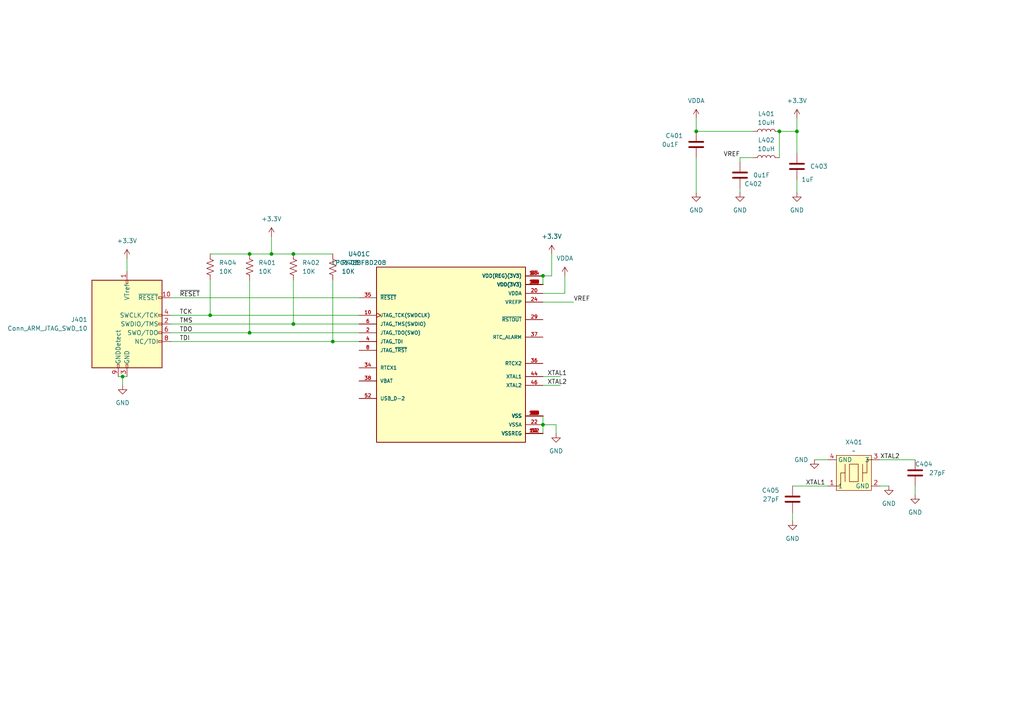
<source format=kicad_sch>
(kicad_sch (version 20231120) (generator "eeschema") (generator_version "8.0")
  (paper "A4")
  (lib_symbols
    (symbol "Connector:Conn_ARM_JTAG_SWD_10" (pin_names (offset 1.016))
      (property "Reference" "J" (at -2.54 16.51 0))
      (property "Value" "Conn_ARM_JTAG_SWD_10" (at -2.54 13.97 0))
      (symbol "Conn_ARM_JTAG_SWD_10_0_1"
        (rectangle (start -10.16 12.7) (end 10.16 -12.7) (stroke (width 0.254)) (fill (type background)))
        (rectangle (start -2.794 -12.7) (end -2.286 -11.684))
        (rectangle (start -0.254 -12.7) (end 0.254 -11.684))
        (rectangle (start -0.254 12.7) (end 0.254 11.684))
        (rectangle (start 9.144 2.286) (end 10.16 2.794))
        (rectangle (start 10.16 -2.794) (end 9.144 -2.286))
        (rectangle (start 10.16 -0.254) (end 9.144 0.254))
        (rectangle (start 10.16 7.874) (end 9.144 7.366))
      )
      (symbol "Conn_ARM_JTAG_SWD_10_1_1"
        (rectangle (start 9.144 -5.334) (end 10.16 -4.826))
        (pin power_in line (at 0 15.24 270) (length 2.54) (name "VTref") (number "1"))
        (pin open_collector line (at 12.7 7.62 180) (length 2.54) (name "~{RESET}") (number "10"))
        (pin bidirectional line (at 12.7 0 180) (length 2.54) (name "SWDIO/TMS") (number "2"))
        (pin power_in line (at 0 -15.24 90) (length 2.54) (name "GND") (number "3"))
        (pin output line (at 12.7 2.54 180) (length 2.54) (name "SWCLK/TCK") (number "4"))
        (pin passive line (at 0 -15.24 90) (length 2.54) hide (name "GND") (number "5"))
        (pin input line (at 12.7 -2.54 180) (length 2.54) (name "SWO/TDO") (number "6"))
        (pin no_connect line (at -10.16 0 0) (length 2.54) hide (name "KEY") (number "7"))
        (pin output line (at 12.7 -5.08 180) (length 2.54) (name "NC/TDI") (number "8"))
        (pin passive line (at -2.54 -15.24 90) (length 2.54) (name "GNDDetect") (number "9"))
      )
    )
    (symbol "Device:C" (pin_numbers hide) (pin_names (offset 0.254))
      (property "Reference" "C" (at 0.635 2.54 0))
      (property "Value" "C" (at 0.635 -2.54 0))
      (symbol "C_0_1"
        (polyline (pts (xy -2.032 -0.762) (xy 2.032 -0.762)) (stroke (width 0.508)))
        (polyline (pts (xy -2.032 0.762) (xy 2.032 0.762)) (stroke (width 0.508)))
      )
      (symbol "C_1_1"
        (pin passive line (at 0 3.81 270) (length 2.794) (name "~") (number "1"))
        (pin passive line (at 0 -3.81 90) (length 2.794) (name "~") (number "2"))
      )
    )
    (symbol "Device:L" (pin_numbers hide) (pin_names (offset 1.016) hide)
      (property "Reference" "L" (at -1.27 0 90))
      (property "Value" "L" (at 1.905 0 90))
      (symbol "L_0_1"
        (arc (start 0 -2.54) (mid 0.6323 -1.905) (end 0 -1.27))
        (arc (start 0 -1.27) (mid 0.6323 -0.635) (end 0 0))
        (arc (start 0 0) (mid 0.6323 0.635) (end 0 1.27))
        (arc (start 0 1.27) (mid 0.6323 1.905) (end 0 2.54))
      )
      (symbol "L_1_1"
        (pin passive line (at 0 3.81 270) (length 1.27) (name "1") (number "1"))
        (pin passive line (at 0 -3.81 90) (length 1.27) (name "2") (number "2"))
      )
    )
    (symbol "Device:R_US" (pin_numbers hide) (pin_names (offset 0))
      (property "Reference" "R" (at 2.54 0 90))
      (property "Value" "R_US" (at -2.54 0 90))
      (symbol "R_US_0_1"
        (polyline (pts (xy 0 -2.286) (xy 0 -2.54)))
        (polyline (pts (xy 0 2.286) (xy 0 2.54)))
        (polyline (pts (xy 0 -0.762) (xy 1.016 -1.143) (xy 0 -1.524) (xy -1.016 -1.905) (xy 0 -2.286)))
        (polyline (pts (xy 0 0.762) (xy 1.016 0.381) (xy 0 0) (xy -1.016 -0.381) (xy 0 -0.762)))
        (polyline (pts (xy 0 2.286) (xy 1.016 1.905) (xy 0 1.524) (xy -1.016 1.143) (xy 0 0.762)))
      )
      (symbol "R_US_1_1"
        (pin passive line (at 0 3.81 270) (length 1.27) (name "~") (number "1"))
        (pin passive line (at 0 -3.81 90) (length 1.27) (name "~") (number "2"))
      )
    )
    (symbol "Local_symbols:X322512MSB4SI"
      (property "Reference" "X" (at -5.08 55.88 0))
      (symbol "X322512MSB4SI_0_1"
        (rectangle (start -1.27 2.54) (end 1.27 -2.54))
        (polyline (pts (xy -2.54 2.54) (xy -2.54 -2.54)))
        (polyline (pts (xy 2.54 2.54) (xy 2.54 -2.54)))
        (polyline (pts (xy -2.54 0) (xy -3.81 0) (xy -3.81 -3.81) (xy -5.08 -3.81)))
        (polyline (pts (xy 2.54 0) (xy 3.81 0) (xy 3.81 3.81) (xy 5.08 3.81)))
      )
      (symbol "X322512MSB4SI_1_1"
        (rectangle (start -5.08 5.08) (end 5.08 -5.08) (fill (type background)))
        (pin input line (at -7.62 -3.81 0) (length 2.54) (name "1") (number "1"))
        (pin input line (at 7.62 -3.81 180) (length 2.54) (name "GND") (number "2"))
        (pin input line (at 7.62 3.81 180) (length 2.54) (name "3") (number "3"))
        (pin input line (at -7.62 3.81 0) (length 2.54) (name "GND") (number "4"))
      )
    )
    (symbol "R_US_1" (pin_numbers hide) (pin_names (offset 0))
      (property "Reference" "R" (at 2.54 0 90))
      (property "Value" "R_US" (at -2.54 0 90))
      (symbol "R_US_1_0_1"
        (polyline (pts (xy 0 -2.286) (xy 0 -2.54)))
        (polyline (pts (xy 0 2.286) (xy 0 2.54)))
        (polyline (pts (xy 0 -0.762) (xy 1.016 -1.143) (xy 0 -1.524) (xy -1.016 -1.905) (xy 0 -2.286)))
        (polyline (pts (xy 0 0.762) (xy 1.016 0.381) (xy 0 0) (xy -1.016 -0.381) (xy 0 -0.762)))
        (polyline (pts (xy 0 2.286) (xy 1.016 1.905) (xy 0 1.524) (xy -1.016 1.143) (xy 0 0.762)))
      )
      (symbol "R_US_1_1_1"
        (pin passive line (at 0 3.81 270) (length 1.27) (name "~") (number "1"))
        (pin passive line (at 0 -3.81 90) (length 1.27) (name "~") (number "2"))
      )
    )
    (symbol "_MCU_NXP_LPC:LPC1788FBD208" (pin_names (offset 1.016))
      (property "Reference" "U" (at -31.8612 64.8509 0))
      (property "Value" "LPC1788FBD208" (at -31.8793 -62.3318 0))
      (symbol "LPC1788FBD208_1_0"
        (rectangle (start -57.15 62.23) (end 59.69 -64.77) (stroke (width 0.254)) (fill (type background)))
        (pin bidirectional clock (at -62.23 31.75 0) (length 5.08) (name "P0[11]/U2_RXD/I2C2_SCL/T3_MAT1") (number "100"))
        (pin bidirectional line (at 64.77 25.4 180) (length 5.08) (name "P2[13]/~{EINT3}/SD_DAT[3]/I2S_TX_SDA/LCD_VD[5]/LCD_VD[9]/LCD_VD[19]") (number "102"))
        (pin bidirectional line (at 64.77 27.94 180) (length 5.08) (name "P2[12]/~{EINT2}/SD_DAT[2]/I2S_TX_WS/LCD_VD[4]/LCD_VD[3]/LCD_VD[8]/LCD_VD[18]") (number "106"))
        (pin bidirectional clock (at 64.77 30.48 180) (length 5.08) (name "P2[11]/~{EINT1}/SD_DAT[1]/I2S_TX_SCK/LCD_CLKIN") (number "108"))
        (pin bidirectional line (at 64.77 33.02 180) (length 5.08) (name "P2[10]/~{EINT0}/~{NMI}") (number "110"))
        (pin bidirectional line (at -62.23 3.81 0) (length 5.08) (name "P0[22]/U1_RTS/SD_DAT[0]/U4_TXD/CAN_TD1") (number "116"))
        (pin bidirectional clock (at -62.23 6.35 0) (length 5.08) (name "P0[21]/U1_RI/SD_PWR/U4_OE/CAN_RD1/U4_SCLK") (number "118"))
        (pin bidirectional line (at -62.23 -6.35 0) (length 5.08) (name "P0[26]/ADC0_IN[3]/DAC_OUT/U3_RXD") (number "12"))
        (pin bidirectional clock (at -62.23 8.89 0) (length 5.08) (name "P0[20]/U1_DTR/SD_CMD/I2C1_SCL") (number "120"))
        (pin bidirectional line (at -62.23 11.43 0) (length 5.08) (name "P0[19]/U1_DSR/SD_CLK/I2C1_SDA") (number "122"))
        (pin bidirectional line (at -62.23 13.97 0) (length 5.08) (name "P0[18]/U1_DCD/SSP0_MOSI") (number "124"))
        (pin bidirectional line (at -62.23 16.51 0) (length 5.08) (name "P0[17]/U1_CTS/SSP0_MISO") (number "126"))
        (pin bidirectional clock (at -62.23 21.59 0) (length 5.08) (name "P0[15]/U1_TXD/SSP0_SCK") (number "128"))
        (pin bidirectional line (at -62.23 19.05 0) (length 5.08) (name "P0[16]/U1_RXD/SSP0_SSEL") (number "130"))
        (pin bidirectional line (at 64.77 35.56 180) (length 5.08) (name "P2[9]/USB_CONNECT1/U2_RXD/U4_RXD/ENET_MDIO/LCD_VD[3]/LCD_VD[7]") (number "132"))
        (pin bidirectional line (at 64.77 38.1 180) (length 5.08) (name "P2[8]/CAN_TD2/U2_TXD/U1_CTS/ENET_MDC/LCD_VD[2]/LCD_VD[6]") (number "134"))
        (pin bidirectional line (at 64.77 40.64 180) (length 5.08) (name "P2[7]/CAN_RD2/U1_RTS/LCD_VD[1]/LCD_VD[5]") (number "136"))
        (pin bidirectional clock (at 64.77 43.18 180) (length 5.08) (name "P2[6]/PWM1_CAP0/U1_RI/T2_CAP0/U2_OE/TRACECLK/LCD_VD[0]/LCD_VD[4]") (number "138"))
        (pin bidirectional line (at -62.23 -3.81 0) (length 5.08) (name "P0[25]/ADC0_IN[2]/I2S_RX_SDA/U3_TXD") (number "14"))
        (pin bidirectional line (at 64.77 45.72 180) (length 5.08) (name "P2[5]/PWM1[6]/U1_DTR/T2_MAT0/TRACEDATA[0]/LCD_LP") (number "140"))
        (pin bidirectional line (at 64.77 48.26 180) (length 5.08) (name "P2[4]/PWM1[5]/U1_DSR/T2_MAT1/TRACEDATA[1]/LCD_ENAB_M") (number "142"))
        (pin bidirectional line (at 64.77 50.8 180) (length 5.08) (name "P2[3]/PWM1[4]/U1_DCD/T2_MAT2/TRACEDATA[2]/LCD_FP") (number "144"))
        (pin bidirectional line (at -62.23 -57.15 0) (length 5.08) (name "P1[13]/ENET_RX_DV") (number "147"))
        (pin bidirectional clock (at 64.77 53.34 180) (length 5.08) (name "P2[2]/PWM1[3]/U1_CTS/T2_MAT3/TRACEDATA[3]/LCD_DCLK") (number "150"))
        (pin bidirectional line (at 64.77 55.88 180) (length 5.08) (name "P2[1]/PWM1[2]/U1_RXD/LCD_LE") (number "152"))
        (pin bidirectional line (at -62.23 -41.91 0) (length 5.08) (name "P1[7]/ENET_COL/SD_DAT[1]/PWM0[5]") (number "153"))
        (pin bidirectional line (at 64.77 58.42 180) (length 5.08) (name "P2[0]/PWM1[1]/U1_TXD/LCD_PWR") (number "154"))
        (pin bidirectional line (at -62.23 -36.83 0) (length 5.08) (name "P1[5]/ENET_TX_ER/SD_PWR/PWM0[3]") (number "156"))
        (pin bidirectional line (at -62.23 -54.61 0) (length 5.08) (name "P1[12]/ENET_RXD3/SD_DAT[3]/PWM0_CAP0") (number "157"))
        (pin bidirectional line (at -62.23 36.83 0) (length 5.08) (name "P0[9]/I2S_TX_SDA/SSP1_MOSI/T2_MAT3/RTC_EV2/LCD_VD[17") (number "158"))
        (pin bidirectional line (at -62.23 -1.27 0) (length 5.08) (name "P0[24]/ADC0_IN[1]/I2S_RX_WS/T3_CAP1") (number "16"))
        (pin bidirectional line (at -62.23 39.37 0) (length 5.08) (name "P0[8]/I2S_TX_WS/SSP1_MISO/T2_MAT2/RTC_EV1/LCD_VD[16]") (number "160"))
        (pin bidirectional clock (at -62.23 41.91 0) (length 5.08) (name "P0[7]/I2S_TX_SCK/SSP1_SCK/T2_MAT1/RTC_EV0/LCD_VD[9]") (number "162"))
        (pin bidirectional line (at -62.23 -52.07 0) (length 5.08) (name "P1[11]/ENET_RXD2/SD_DAT[2]/PWM0[6]") (number "163"))
        (pin bidirectional line (at -62.23 44.45 0) (length 5.08) (name "P0[6]/I2S_RX_SDA/SSP1_SSEL/T2_MAT0/U1_RTS/LCD_VD[8]") (number "164"))
        (pin bidirectional line (at -62.23 46.99 0) (length 5.08) (name "P0[5]/I2S_RX_WS/CAN_TD2/T2_CAP1/LCD_VD[1]") (number "166"))
        (pin bidirectional clock (at -62.23 49.53 0) (length 5.08) (name "P0[4]/I2S_RX_SCK/CAN_RD2/T2_CAP0/LCD_VD[0]") (number "168"))
        (pin bidirectional clock (at -62.23 -39.37 0) (length 5.08) (name "P1[6]/ENET_TX_CLK/SD_DAT[0]/PWM0[4]") (number "171"))
        (pin bidirectional line (at -62.23 -31.75 0) (length 5.08) (name "P1[3]/ENET_TXD3/SD_CMD/PWM0[2]") (number "177"))
        (pin bidirectional clock (at 64.77 -60.96 180) (length 5.08) (name "P1[17]/ENET_MDIO/I2S_RX_MCLK") (number "178"))
        (pin bidirectional clock (at -62.23 1.27 0) (length 5.08) (name "P0[23]/ADC0_IN[0]/I2S_RX_SCK/T3_CAP0") (number "18"))
        (pin bidirectional clock (at 64.77 -63.5 180) (length 5.08) (name "P1[16]/ENET_MDC/I2S_TX_MCLK") (number "180"))
        (pin bidirectional clock (at -62.23 -62.23 0) (length 5.08) (name "P1[15]/ENET_RX_CLK(ENET_REF_CLK)/I2C2_SDA") (number "182"))
        (pin bidirectional line (at -62.23 -59.69 0) (length 5.08) (name "P1[14]/ENET_RX_ER/T2_CAP0") (number "184"))
        (pin bidirectional clock (at -62.23 -29.21 0) (length 5.08) (name "P1[2]/ENET_TXD2/SD_CLK/PWM0[1]") (number "185"))
        (pin bidirectional line (at -62.23 -49.53 0) (length 5.08) (name "P1[10]/ENET_RXD1/T3_CAP0") (number "186"))
        (pin bidirectional line (at -62.23 -46.99 0) (length 5.08) (name "P1[9]/ENET_RXD0/T3_MAT0") (number "188"))
        (pin bidirectional line (at -62.23 -44.45 0) (length 5.08) (name "P1[8]/ENET_CRS(ENET_CRS_DV)/T3_MAT1/SSP2_SSEL") (number "190"))
        (pin bidirectional line (at -62.23 -34.29 0) (length 5.08) (name "P1[4]/ENET_TX_EN/T3_MAT2/SSP2_MISO") (number "192"))
        (pin bidirectional line (at -62.23 -26.67 0) (length 5.08) (name "P1[1]/ENET_TXD1/T3_MAT3/SSP2_MOSI") (number "194"))
        (pin bidirectional clock (at -62.23 -24.13 0) (length 5.08) (name "P1[0]/ENET_TXD0/T3_CAP1/SSP2_SCK") (number "196"))
        (pin bidirectional line (at -62.23 54.61 0) (length 5.08) (name "P0[2]/U0_TXD/U3_TXD///") (number "202"))
        (pin bidirectional line (at -62.23 52.07 0) (length 5.08) (name "P0[3]/U0_RXD/U3_RXD") (number "204"))
        (pin bidirectional line (at 64.77 -17.78 180) (length 5.08) (name "P2[30]/EMC_DQM2/I2C2_SDA/T3_MAT2") (number "31"))
        (pin bidirectional line (at 64.77 -20.32 180) (length 5.08) (name "P2[31]/EMC_DQM3/I2C2_SCL/T3_MAT3/PORT_3") (number "39"))
        (pin bidirectional clock (at 64.77 -25.4 180) (length 5.08) (name "P1[31]/~{USB_OVRCR2}/SSP1_SCK/ADC0_IN[5]/I2C0_SCL/PORT_2") (number "40"))
        (pin bidirectional line (at -62.23 29.21 0) (length 5.08) (name "P0[12]/~{USB_PPWR2}/SSP1_MISO/ADC0_IN[6]") (number "41"))
        (pin bidirectional line (at 64.77 -27.94 180) (length 5.08) (name "P1[30]/USB_PWRD2/USB_VBUS/ADC0_IN[4]/I2C0_SDA/U3_OE") (number "42"))
        (pin bidirectional line (at 64.77 -15.24 180) (length 5.08) (name "P2[29]/EMC_DQM1") (number "43"))
        (pin bidirectional line (at -62.23 26.67 0) (length 5.08) (name "P0[13]/USB_UP_LED2/SSP1_MOSI/ADC0_IN[7]") (number "45"))
        (pin bidirectional line (at 64.77 -10.16 180) (length 5.08) (name "P2[27]/EMC_CKE3/SSP0_MOSI/T3_MAT1") (number "47"))
        (pin bidirectional clock (at -62.23 -11.43 0) (length 5.08) (name "P0[28]/I2C0_SCL/USB_SCL1") (number "48"))
        (pin bidirectional line (at 64.77 -12.7 180) (length 5.08) (name "P2[28]/EMC_DQM0") (number "49"))
        (pin bidirectional line (at -62.23 -8.89 0) (length 5.08) (name "P0[27]/I2C0_SDA/USB_SDA1") (number "50"))
        (pin bidirectional line (at -62.23 -19.05 0) (length 5.08) (name "P0[31]/USB_D+2/PORT_1") (number "51"))
        (pin bidirectional line (at 64.77 -2.54 180) (length 5.08) (name "P2[24]/EMC_CKE0") (number "53"))
        (pin bidirectional line (at 64.77 -5.08 180) (length 5.08) (name "P2[25]/EMC_CKE1") (number "54"))
        (pin bidirectional line (at 64.77 -7.62 180) (length 5.08) (name "P2[26]/EMC_CKE2/SSP0_MISO/T3_MAT0") (number "57"))
        (pin bidirectional clock (at 64.77 12.7 180) (length 5.08) (name "P2[18]/EMC_CLK[0]") (number "59"))
        (pin bidirectional line (at -62.23 -13.97 0) (length 5.08) (name "P0[29]/USB_D+1/~{EINT0}/") (number "61"))
        (pin bidirectional line (at -62.23 -16.51 0) (length 5.08) (name "P0[30]/USB_D1-1/~{EINT1}") (number "62"))
        (pin bidirectional line (at 64.77 0 180) (length 5.08) (name "P2[23]/~{EMC_DYCS3}/SSP0_SSEL/T3_CAP1") (number "64"))
        (pin bidirectional line (at 64.77 -58.42 180) (length 5.08) (name "P1[18]/USB_UP_LED1/PWM1[1]/T1_CAP0/SSP1_MISO") (number "66"))
        (pin bidirectional clock (at 64.77 10.16 180) (length 5.08) (name "P2[19]/EMC_CLK[1]") (number "67"))
        (pin bidirectional line (at 64.77 -55.88 180) (length 5.08) (name "P1[19]/~{USB_TX_E1}/~{USB_PPWR1}/T1_CAP1/MC_0A/SSP1_SCK/U2_OE") (number "68"))
        (pin bidirectional line (at -62.23 24.13 0) (length 5.08) (name "P0[14]/~{USB_HSTEN2}/SSP1_SSEL/USB_CONNECT2//") (number "69"))
        (pin bidirectional clock (at 64.77 -53.34 180) (length 5.08) (name "P1[20]/USB_TX_DP1/PWM1[2]/QEI_PHA/MC_FB0/SSP0_SCK/LCD_VD[6]/LCD_VD[10]") (number "70"))
        (pin bidirectional line (at 64.77 -50.8 180) (length 5.08) (name "P1[21]/USB_TX_DM1/PWM1[3]/SSP0_SSEL/~{MC_ABORT}/LCD_VD[7]/LCD_VD[11]") (number "72"))
        (pin bidirectional line (at 64.77 7.62 180) (length 5.08) (name "P2[20]/~{EMC_DYCS0}") (number "73"))
        (pin bidirectional line (at 64.77 -48.26 180) (length 5.08) (name "P1[22]/USB_RCV1/USB_PWRD1/T1_MAT0/MC_0B/SSP1_MOSI/LCD_VD[8]/LCD_VD[12]") (number "74"))
        (pin bidirectional line (at 64.77 -45.72 180) (length 5.08) (name "P1[23]/USB_RX_DP1/PWM1[4]/QEI_PHB/MC_FB1/SSP0_MISO/LCD_VD[9]/LCD_VD[13]") (number "76"))
        (pin bidirectional line (at 64.77 -43.18 180) (length 5.08) (name "P1[24]/USB_RX_DM1/PWM1[5]/QEI_IDX/MC_FB2/SSP0_MOSI/LCD_VD[10]/LCD_VD[14]") (number "78"))
        (pin bidirectional clock (at 64.77 -40.64 180) (length 5.08) (name "P1[25]/~{USB_LS1}/~{USB_HSTEN1}/T1_MAT1/MC_1A/CLKOUT/LCD_VD[11]/LCD_VD[15]") (number "80"))
        (pin bidirectional line (at 64.77 5.08 180) (length 5.08) (name "P2[21]/~{EMC_DYCS1}") (number "81"))
        (pin bidirectional line (at 64.77 -38.1 180) (length 5.08) (name "P1[26]/~{USB_SSPND1}/PWM1[6]/T0_CAP0/MC_1B/SSP1_SSEL/LCD_VD[12]/LCD_VD[20]") (number "82"))
        (pin bidirectional clock (at 64.77 2.54 180) (length 5.08) (name "P2[22]/~{EMC_DYCS2}/SSP0_SCK/T3_CAP0") (number "85"))
        (pin bidirectional line (at 64.77 17.78 180) (length 5.08) (name "P2[16]/~{EMC_CAS}") (number "87"))
        (pin bidirectional clock (at 64.77 -35.56 180) (length 5.08) (name "P1[27]/~{USB_INT1}/~{USB_OVRCR1}/T0_CAP1/CLKOUT/LCD_VD[13]/LCD_VD[21]") (number "88"))
        (pin bidirectional line (at 64.77 -33.02 180) (length 5.08) (name "P1[28]/USB_SCL1/PWM1_CAP0/T0_MAT0/MC_2A/SSP0_SSEL/LCD_VD[14]/LCD_VD[22]") (number "90"))
        (pin bidirectional line (at 64.77 22.86 180) (length 5.08) (name "P2[14]/~{EMC_CS2}/I2C1_SDA/T2_CAP0") (number "91"))
        (pin bidirectional line (at 64.77 -30.48 180) (length 5.08) (name "P1[29]/USB_SDA1/PWM1_CAP1/T0_MAT1/MC_2B/U4_TXD/LCD_VD[15]/LCD_VD[23]") (number "92"))
        (pin bidirectional line (at -62.23 59.69 0) (length 5.08) (name "P0[0]/CAN_RD1/U3_TXD/I2C1_SDA/U0_TXD") (number "94"))
        (pin bidirectional line (at 64.77 15.24 180) (length 5.08) (name "P2[17]/~{EMC_RAS}") (number "95"))
        (pin bidirectional line (at -62.23 57.15 0) (length 5.08) (name "P0[1]/CAN_TD1/U3_RXD/I2C1_SCL/U0_RXD") (number "96"))
        (pin bidirectional line (at -62.23 34.29 0) (length 5.08) (name "P0[10]/U2_TXD/I2C2_SDA/T3_MAT0") (number "98"))
        (pin bidirectional clock (at 64.77 20.32 180) (length 5.08) (name "P2[15]/~{EMC_CS3}/I2C1_SCL/T2_CAP1") (number "99"))
      )
      (symbol "LPC1788FBD208_2_0"
        (rectangle (start -24.13 52.07) (end 73.66 -46.99) (stroke (width 0.254)) (fill (type background)))
        (pin bidirectional line (at -29.21 19.05 0) (length 5.08) (name "P3[12]/EMC_D[12]") (number "1"))
        (pin bidirectional line (at 78.74 8.89 180) (length 5.08) (name "P4[16]/EMC_A[16]") (number "101"))
        (pin bidirectional line (at 78.74 39.37 180) (length 5.08) (name "P4[4]/EMC_A[4]") (number "103"))
        (pin bidirectional line (at 78.74 6.35 180) (length 5.08) (name "P4[17]/EMC_A[17]") (number "104"))
        (pin bidirectional line (at 78.74 3.81 180) (length 5.08) (name "P4[18]/EMC_A[18]") (number "105"))
        (pin bidirectional line (at 78.74 36.83 180) (length 5.08) (name "P4[5]/EMC_A[5]") (number "107"))
        (pin bidirectional clock (at 78.74 -1.27 180) (length 5.08) (name "P4[20]/EMC_A[20]/I2C2_SDA/SSP1_SCK") (number "109"))
        (pin bidirectional line (at -29.21 -24.13 0) (length 5.08) (name "P3[29]/EMC_D[29]/PWM1[6]/T1_MAT0") (number "11"))
        (pin bidirectional line (at 78.74 1.27 180) (length 5.08) (name "P4[19]/EMC_A[19]") (number "111"))
        (pin bidirectional line (at 78.74 34.29 180) (length 5.08) (name "P4[6]/EMC_A[6]") (number "113"))
        (pin bidirectional line (at 78.74 -3.81 180) (length 5.08) (name "P4[21]/EMC_A[21]/I2C2_SCL/SSP1_SSEL") (number "115"))
        (pin bidirectional line (at 78.74 -39.37 180) (length 5.08) (name "P5[2]/T3_MAT2/I2C0_SDA") (number "117"))
        (pin bidirectional line (at 78.74 -16.51 180) (length 5.08) (name "P4[26]/~{EMC_BLS0}") (number "119"))
        (pin bidirectional line (at 78.74 31.75 180) (length 5.08) (name "P4[7]/EMC_A[7]") (number "121"))
        (pin bidirectional line (at 78.74 -6.35 180) (length 5.08) (name "P4[22]/EMC_A[22]/U2_TXD/SSP1_MISO") (number "123"))
        (pin bidirectional line (at 78.74 29.21 180) (length 5.08) (name "P4[8]/EMC_A[8]") (number "127"))
        (pin bidirectional line (at 78.74 -8.89 180) (length 5.08) (name "P4[23]/EMC_A[23]/U2_RXD/SSP1_MOSI") (number "129"))
        (pin bidirectional line (at -29.21 39.37 0) (length 5.08) (name "P3[4]/EMC_D[4]") (number "13"))
        (pin bidirectional line (at 78.74 26.67 180) (length 5.08) (name "P4[9]/EMC_A[9]") (number "131"))
        (pin bidirectional line (at 78.74 24.13 180) (length 5.08) (name "P4[10]/EMC_A[10]") (number "135"))
        (pin bidirectional line (at -29.21 8.89 0) (length 5.08) (name "P3[16]/EMC_D[16]/PWM0[1]/U1_TXD") (number "137"))
        (pin bidirectional line (at 78.74 -19.05 180) (length 5.08) (name "P4[27]/~{EMC_BLS1}") (number "139"))
        (pin bidirectional clock (at 78.74 -41.91 180) (length 5.08) (name "P5[3]/U4_RXD/I2C0_SCL") (number "141"))
        (pin bidirectional line (at -29.21 6.35 0) (length 5.08) (name "P3[17]/EMC_D[17]/PWM0[2]/U1_RXD") (number "143"))
        (pin bidirectional line (at 78.74 21.59 180) (length 5.08) (name "P4[11]/EMC_A[11]") (number "145"))
        (pin bidirectional line (at 78.74 19.05 180) (length 5.08) (name "P4[12]/EMC_A[12]") (number "149"))
        (pin bidirectional line (at -29.21 3.81 0) (length 5.08) (name "P3[18]/EMC_D[18]/PWM0[3]/U1_CTS") (number "151"))
        (pin bidirectional line (at 78.74 16.51 180) (length 5.08) (name "P4[13]/EMC_A[13]") (number "155"))
        (pin bidirectional line (at 78.74 13.97 180) (length 5.08) (name "P4[14]/EMC_A[14]") (number "159"))
        (pin bidirectional line (at -29.21 1.27 0) (length 5.08) (name "P3[19]/EMC_D[19]/PWM0[4]/U1_DCD") (number "161"))
        (pin bidirectional line (at -29.21 -1.27 0) (length 5.08) (name "P3[20]/EMC_D[20]/PWM0[5]/U1_DSR") (number "167"))
        (pin bidirectional line (at -29.21 36.83 0) (length 5.08) (name "P3[5]/EMC_D[5]") (number "17"))
        (pin bidirectional line (at 78.74 -21.59 180) (length 5.08) (name "P4[28]/~{EMC_BLS2}/U3_TXD/T2_MAT0/LCD_VD[6]/LCD_VD[10]/LCD_VD[2]") (number "170"))
        (pin bidirectional line (at 78.74 11.43 180) (length 5.08) (name "P4[15]/EMC_A[15]") (number "173"))
        (pin bidirectional line (at -29.21 -3.81 0) (length 5.08) (name "P3[21]/EMC_D[21]/PWM0[6]/U1_DTR") (number "175"))
        (pin bidirectional clock (at 78.74 -24.13 180) (length 5.08) (name "P4[29]/~{EMC_BLS3}/U3_RXD/T2_MAT1/I2C2_SCL/LCD_VD[7]/LCD_VD[11]/LCD_VD[3]") (number "176"))
        (pin bidirectional line (at 78.74 -13.97 180) (length 5.08) (name "P4[25]/~{EMC_WE}") (number "179"))
        (pin bidirectional line (at 78.74 -11.43 180) (length 5.08) (name "P4[24]/~{EMC_OE}") (number "183"))
        (pin bidirectional line (at 78.74 -26.67 180) (length 5.08) (name "P4[30]/~{EMC_CS0}") (number "187"))
        (pin bidirectional line (at -29.21 -26.67 0) (length 5.08) (name "P3[30]/EMC_D[30]/U1_RTS/T1_MAT1") (number "19"))
        (pin bidirectional line (at -29.21 29.21 0) (length 5.08) (name "P3[8]/EMC_D[8]") (number "191"))
        (pin bidirectional line (at 78.74 -29.21 180) (length 5.08) (name "P4[31]/EMC_CS1/PORT_5") (number "193"))
        (pin bidirectional line (at -29.21 -6.35 0) (length 5.08) (name "P3[22]/EMC_D[22]/PWM0_CAP0/U1_RI") (number "195"))
        (pin bidirectional line (at -29.21 49.53 0) (length 5.08) (name "P3[0]/EMC_D[0]") (number "197"))
        (pin bidirectional line (at -29.21 26.67 0) (length 5.08) (name "P3[9]/EMC_D[9]") (number "199"))
        (pin bidirectional line (at -29.21 46.99 0) (length 5.08) (name "P3[1]EMC_D[1]") (number "201"))
        (pin bidirectional line (at -29.21 -19.05 0) (length 5.08) (name "P3[27]/EMC_D[27]/PWM1[4]/T1_CAP0") (number "203"))
        (pin bidirectional line (at -29.21 24.13 0) (length 5.08) (name "P3[10]/EMC_D[10]") (number "205"))
        (pin bidirectional line (at 78.74 -44.45 180) (length 5.08) (name "P5[4]/U0_OE/T3_MAT3/U4_TXD") (number "206"))
        (pin bidirectional line (at -29.21 44.45 0) (length 5.08) (name "P3[2]/EMC_D[2]") (number "207"))
        (pin bidirectional line (at -29.21 21.59 0) (length 5.08) (name "P3[11]/EMC_D[11]") (number "208"))
        (pin bidirectional line (at -29.21 13.97 0) (length 5.08) (name "P3[14]/EMC_D[14]") (number "21"))
        (pin bidirectional line (at -29.21 34.29 0) (length 5.08) (name "P3[6]/EMC_D[6]") (number "23"))
        (pin bidirectional line (at -29.21 -29.21 0) (length 5.08) (name "P3[31]/EMC_D[31]/T1_MAT2/PORT_4") (number "25"))
        (pin bidirectional line (at -29.21 31.75 0) (length 5.08) (name "P3[7]/EMC_D[7]") (number "27"))
        (pin bidirectional line (at -29.21 11.43 0) (length 5.08) (name "P3[15]/EMC_D[15]") (number "28"))
        (pin bidirectional line (at -29.21 41.91 0) (length 5.08) (name "P3[3]/EMC_D[3]") (number "3"))
        (pin bidirectional line (at 78.74 -36.83 180) (length 5.08) (name "P5[1]/EMC_A[25]/SSP2_MISO/T2_MAT3") (number "30"))
        (pin bidirectional line (at -29.21 -21.59 0) (length 5.08) (name "P3[28]/EMC_D[28]/PWM1[5]/T1_CAP1") (number "5"))
        (pin bidirectional clock (at -29.21 -16.51 0) (length 5.08) (name "P3[26]/EMC_D[26]/PWM1[3]/T0_MAT1/STCLK") (number "55"))
        (pin bidirectional line (at -29.21 -13.97 0) (length 5.08) (name "P3[25]/EMC_D[25]/PWM1[2]/T0_MAT0") (number "56"))
        (pin bidirectional line (at -29.21 -11.43 0) (length 5.08) (name "P3[24]/EMC_D[24]/PWM1[1]/T0_CAP1") (number "58"))
        (pin bidirectional line (at -29.21 -8.89 0) (length 5.08) (name "P3[23]/EMC_D[23]/PWM1_CAP0/T0_CAP0") (number "65"))
        (pin bidirectional line (at -29.21 16.51 0) (length 5.08) (name "P3[13]/EMC_D[13]") (number "7"))
        (pin bidirectional line (at 78.74 49.53 180) (length 5.08) (name "P4[0]/EMC_A[0]") (number "75"))
        (pin bidirectional line (at 78.74 46.99 180) (length 5.08) (name "P4[1]/EMC_A[1]") (number "79"))
        (pin bidirectional line (at 78.74 44.45 180) (length 5.08) (name "P4[2]/EMC_A[2]") (number "83"))
        (pin bidirectional line (at 78.74 -34.29 180) (length 5.08) (name "P5[0]/EMC_A[24]/SSP2_MOSI/T2_MAT2") (number "9"))
        (pin bidirectional line (at 78.74 41.91 180) (length 5.08) (name "P4[3]/EMC_A[3]") (number "97"))
      )
      (symbol "LPC1788FBD208_3_0"
        (rectangle (start 3.81 24.13) (end 46.99 -26.67) (stroke (width 0.254)) (fill (type background)))
        (pin input clock (at -1.27 10.16 0) (length 5.08) (name "JTAG_TCK(SWDCLK)") (number "10"))
        (pin power_in line (at 52.07 19.05 180) (length 5.08) (name "VDD(3V3)") (number "112"))
        (pin power_in line (at 52.07 -19.05 180) (length 5.08) (name "VSS") (number "114"))
        (pin power_in line (at 52.07 19.05 180) (length 5.08) (name "VDD(3V3)") (number "125"))
        (pin power_in line (at 52.07 -19.05 180) (length 5.08) (name "VSS") (number "133"))
        (pin power_in line (at 52.07 19.05 180) (length 5.08) (name "VDD(3V3)") (number "146"))
        (pin power_in line (at 52.07 -19.05 180) (length 5.08) (name "VSS") (number "148"))
        (pin power_in line (at 52.07 19.05 180) (length 5.08) (name "VDD(3V3)") (number "15"))
        (pin power_in line (at 52.07 19.05 180) (length 5.08) (name "VDD(3V3)") (number "165"))
        (pin power_in line (at 52.07 -19.05 180) (length 5.08) (name "VSS") (number "169"))
        (pin power_in line (at 52.07 -24.13 180) (length 5.08) (name "VSSREG") (number "172"))
        (pin power_in line (at 52.07 21.59 180) (length 5.08) (name "VDD(REG)(3V3)") (number "174"))
        (pin power_in line (at 52.07 19.05 180) (length 5.08) (name "VDD(3V3)") (number "181"))
        (pin power_in line (at 52.07 -19.05 180) (length 5.08) (name "VSS") (number "189"))
        (pin power_in line (at 52.07 19.05 180) (length 5.08) (name "VDD(3V3)") (number "198"))
        (pin output line (at -1.27 5.08 0) (length 5.08) (name "JTAG_TDO(SWO)") (number "2"))
        (pin power_in line (at 52.07 16.51 180) (length 5.08) (name "VDDA") (number "20"))
        (pin power_in line (at 52.07 -19.05 180) (length 5.08) (name "VSS") (number "200"))
        (pin power_in line (at 52.07 -21.59 180) (length 5.08) (name "VSSA") (number "22"))
        (pin power_in line (at 52.07 13.97 180) (length 5.08) (name "VREFP") (number "24"))
        (pin power_in line (at 52.07 21.59 180) (length 5.08) (name "VDD(REG)(3V3)") (number "26"))
        (pin output line (at 52.07 8.89 180) (length 5.08) (name "~{RSTOUT}") (number "29"))
        (pin power_in line (at 52.07 -24.13 180) (length 5.08) (name "VSSREG") (number "32"))
        (pin power_in line (at 52.07 -19.05 180) (length 5.08) (name "VSS") (number "33"))
        (pin input line (at -1.27 -5.08 0) (length 5.08) (name "RTCX1") (number "34"))
        (pin input line (at -1.27 15.24 0) (length 5.08) (name "~{RESET}") (number "35"))
        (pin output line (at 52.07 -3.81 180) (length 5.08) (name "RTCX2") (number "36"))
        (pin output line (at 52.07 3.81 180) (length 5.08) (name "RTC_ALARM") (number "37"))
        (pin input line (at -1.27 -8.89 0) (length 5.08) (name "VBAT") (number "38"))
        (pin input line (at -1.27 2.54 0) (length 5.08) (name "JTAG_TDI") (number "4"))
        (pin input line (at 52.07 -7.62 180) (length 5.08) (name "XTAL1") (number "44"))
        (pin output line (at 52.07 -10.16 180) (length 5.08) (name "XTAL2") (number "46"))
        (pin bidirectional line (at -1.27 -13.97 0) (length 5.08) (name "USB_D-2") (number "52"))
        (pin input line (at -1.27 7.62 0) (length 5.08) (name "JTAG_TMS(SWDIO)") (number "6"))
        (pin power_in line (at 52.07 19.05 180) (length 5.08) (name "VDD(3V3)") (number "60"))
        (pin power_in line (at 52.07 -19.05 180) (length 5.08) (name "VSS") (number "63"))
        (pin power_in line (at 52.07 19.05 180) (length 5.08) (name "VDD(3V3)") (number "71"))
        (pin power_in line (at 52.07 -19.05 180) (length 5.08) (name "VSS") (number "77"))
        (pin input line (at -1.27 0 0) (length 5.08) (name "JTAG_~{TRST}") (number "8"))
        (pin power_in line (at 52.07 -24.13 180) (length 5.08) (name "VSSREG") (number "84"))
        (pin power_in line (at 52.07 21.59 180) (length 5.08) (name "VDD(REG)(3V3)") (number "86"))
        (pin power_in line (at 52.07 19.05 180) (length 5.08) (name "VDD(3V3)") (number "89"))
        (pin power_in line (at 52.07 -19.05 180) (length 5.08) (name "VSS") (number "93"))
      )
    )
    (symbol "power:+3.3V" (power) (pin_names (offset 0))
      (property "Value" "+3.3V" (at 0 3.556 0))
      (symbol "+3.3V_0_1"
        (polyline (pts (xy -0.762 1.27) (xy 0 2.54)))
        (polyline (pts (xy 0 0) (xy 0 2.54)))
        (polyline (pts (xy 0 2.54) (xy 0.762 1.27)))
      )
      (symbol "+3.3V_1_1"
        (pin power_in line (at 0 0 90) (length 0) hide (name "+3.3V") (number "1"))
      )
    )
    (symbol "power:GND" (power) (pin_names (offset 0))
      (property "Value" "GND" (at 0 -3.81 0))
      (symbol "GND_0_1"
        (polyline (pts (xy 0 0) (xy 0 -1.27) (xy 1.27 -1.27) (xy 0 -2.54) (xy -1.27 -1.27) (xy 0 -1.27)))
      )
      (symbol "GND_1_1"
        (pin power_in line (at 0 0 270) (length 0) hide (name "GND") (number "1"))
      )
    )
    (symbol "power:VDDA" (power) (pin_names (offset 0))
      (property "Value" "VDDA" (at 0 3.81 0))
      (symbol "VDDA_0_1"
        (polyline (pts (xy -0.762 1.27) (xy 0 2.54)))
        (polyline (pts (xy 0 0) (xy 0 2.54)))
        (polyline (pts (xy 0 2.54) (xy 0.762 1.27)))
      )
      (symbol "VDDA_1_1"
        (pin power_in line (at 0 0 90) (length 0) hide (name "VDDA") (number "1"))
      )
    )
  )
  (junction (at 78.74 73.66))
  (junction (at 157.48 123.19))
  (junction (at 35.56 109.22))
  (junction (at 226.06 38.1))
  (junction (at 72.39 73.66))
  (junction (at 85.09 93.98))
  (junction (at 231.14 38.1))
  (junction (at 85.09 73.66))
  (junction (at 201.93 38.1))
  (junction (at 157.48 80.01))
  (junction (at 96.52 99.06))
  (junction (at 60.96 91.44))
  (junction (at 72.39 96.52))
  (wire (pts (xy 231.14 34.29) (xy 231.14 38.1)))
  (wire (pts (xy 35.56 109.22) (xy 35.56 111.76)))
  (wire (pts (xy 157.48 109.22) (xy 162.56 109.22)))
  (wire (pts (xy 78.74 73.66) (xy 85.09 73.66)))
  (wire (pts (xy 96.52 99.06) (xy 104.14 99.06)))
  (wire (pts (xy 157.48 123.19) (xy 157.48 125.73)))
  (wire (pts (xy 201.93 34.29) (xy 201.93 38.1)))
  (wire (pts (xy 214.63 54.61) (xy 214.63 55.88)))
  (wire (pts (xy 49.53 86.36) (xy 104.14 86.36)))
  (wire (pts (xy 201.93 38.1) (xy 218.44 38.1)))
  (wire (pts (xy 60.96 81.28) (xy 60.96 91.44)))
  (wire (pts (xy 265.43 140.97) (xy 265.43 143.51)))
  (wire (pts (xy 157.48 87.63) (xy 166.37 87.63)))
  (wire (pts (xy 229.87 140.97) (xy 240.03 140.97)))
  (wire (pts (xy 231.14 44.45) (xy 231.14 38.1)))
  (wire (pts (xy 157.48 123.19) (xy 161.29 123.19)))
  (wire (pts (xy 236.22 133.35) (xy 240.03 133.35)))
  (wire (pts (xy 214.63 45.72) (xy 218.44 45.72)))
  (wire (pts (xy 49.53 99.06) (xy 96.52 99.06)))
  (wire (pts (xy 157.48 80.01) (xy 157.48 82.55)))
  (wire (pts (xy 85.09 81.28) (xy 85.09 93.98)))
  (wire (pts (xy 231.14 38.1) (xy 226.06 38.1)))
  (wire (pts (xy 160.02 73.66) (xy 160.02 80.01)))
  (wire (pts (xy 214.63 46.99) (xy 214.63 45.72)))
  (wire (pts (xy 104.14 96.52) (xy 72.39 96.52)))
  (wire (pts (xy 226.06 38.1) (xy 226.06 45.72)))
  (wire (pts (xy 49.53 96.52) (xy 72.39 96.52)))
  (wire (pts (xy 72.39 81.28) (xy 72.39 96.52)))
  (wire (pts (xy 255.27 133.35) (xy 265.43 133.35)))
  (wire (pts (xy 157.48 80.01) (xy 160.02 80.01)))
  (wire (pts (xy 35.56 109.22) (xy 36.83 109.22)))
  (wire (pts (xy 255.27 140.97) (xy 257.81 140.97)))
  (wire (pts (xy 36.83 74.93) (xy 36.83 78.74)))
  (wire (pts (xy 163.83 80.01) (xy 163.83 85.09)))
  (wire (pts (xy 49.53 93.98) (xy 85.09 93.98)))
  (wire (pts (xy 104.14 93.98) (xy 85.09 93.98)))
  (wire (pts (xy 60.96 91.44) (xy 104.14 91.44)))
  (wire (pts (xy 60.96 73.66) (xy 72.39 73.66)))
  (wire (pts (xy 157.48 85.09) (xy 163.83 85.09)))
  (wire (pts (xy 85.09 73.66) (xy 96.52 73.66)))
  (wire (pts (xy 157.48 123.19) (xy 157.48 120.65)))
  (wire (pts (xy 96.52 81.28) (xy 96.52 99.06)))
  (wire (pts (xy 34.29 109.22) (xy 35.56 109.22)))
  (wire (pts (xy 78.74 68.58) (xy 78.74 73.66)))
  (wire (pts (xy 161.29 123.19) (xy 161.29 125.73)))
  (wire (pts (xy 49.53 91.44) (xy 60.96 91.44)))
  (wire (pts (xy 72.39 73.66) (xy 78.74 73.66)))
  (wire (pts (xy 231.14 52.07) (xy 231.14 55.88)))
  (wire (pts (xy 229.87 148.59) (xy 229.87 151.13)))
  (wire (pts (xy 201.93 45.72) (xy 201.93 55.88)))
  (wire (pts (xy 157.48 111.76) (xy 162.56 111.76)))
  (label "TMS" (at 52.07 93.98 0))
  (label "XTAL1" (at 233.68 140.97 0))
  (label "TDO" (at 52.07 96.52 0))
  (label "XTAL2" (at 158.75 111.76 0))
  (label "TDI" (at 52.07 99.06 0))
  (label "XTAL1" (at 158.75 109.22 0))
  (label "~{RESET}" (at 52.07 86.36 0))
  (label "VREF" (at 166.37 87.63 0))
  (label "XTAL2" (at 255.27 133.35 0))
  (label "VREF" (at 214.63 45.72 180))
  (label "TCK" (at 52.07 91.44 0))
  (symbol (lib_id "Device:C") (at 214.63 50.8 0) (unit 1)
    (property "Reference" "C402" (at 215.9 53.34 0) (effects (justify left)))
    (property "Value" "0u1F" (at 218.44 50.8 0) (effects (justify left)))
    (property "Description" "Unpolarized capacitor" (effects (hide yes)))
  )
  (symbol (lib_id "power:+3.3V") (at 231.14 34.29 0) (unit 1)
    (property "Reference" "#PWR0405" (effects (hide yes)))
    (property "Value" "+3.3V" (at 231.14 29.21 0))
    (property "Description" "Power symbol creates a global label with name \"+3.3V\"" (effects (hide yes)))
  )
  (symbol (lib_id "power:GND") (at 35.56 111.76 0) (unit 1)
    (property "Reference" "#PWR0401" (effects (hide yes)))
    (property "Value" "GND" (at 35.56 116.84 0))
    (property "Description" "Power symbol creates a global label with name \"GND\" , ground" (effects (hide yes)))
  )
  (symbol (lib_id "Device:C") (at 231.14 48.26 0) (unit 1)
    (property "Reference" "C403" (at 234.95 48.26 0) (effects (justify left)))
    (property "Value" "1uF" (at 232.41 52.07 0) (effects (justify left)))
    (property "Description" "Unpolarized capacitor" (effects (hide yes)))
  )
  (symbol (lib_id "Device:R_US") (at 96.52 77.47 0) (unit 1)
    (property "Reference" "R403" (at 99.06 76.1999 0) (effects (justify left)))
    (property "Value" "10K" (at 99.06 78.7399 0) (effects (justify left)))
    (property "Footprint" "Resistor_SMD:R_01005_0402Metric_Pad0.57x0.30mm_HandSolder" (effects (hide yes)))
    (property "Description" "Resistor, US symbol" (effects (hide yes)))
  )
  (symbol (lib_id "Device:R_US") (at 85.09 77.47 0) (unit 1)
    (property "Reference" "R402" (at 87.63 76.1999 0) (effects (justify left)))
    (property "Value" "10K" (at 87.63 78.7399 0) (effects (justify left)))
    (property "Footprint" "Resistor_SMD:R_01005_0402Metric_Pad0.57x0.30mm_HandSolder" (effects (hide yes)))
    (property "Description" "Resistor, US symbol" (effects (hide yes)))
  )
  (symbol (lib_id "power:GND") (at 257.81 140.97 0) (unit 1)
    (property "Reference" "#PWR0412" (effects (hide yes)))
    (property "Value" "GND" (at 257.81 146.05 0))
    (property "Description" "Power symbol creates a global label with name \"GND\" , ground" (effects (hide yes)))
  )
  (symbol (lib_id "Device:R_US") (at 72.39 77.47 0) (unit 1)
    (property "Reference" "R401" (at 74.93 76.1999 0) (effects (justify left)))
    (property "Value" "10K" (at 74.93 78.7399 0) (effects (justify left)))
    (property "Footprint" "Resistor_SMD:R_01005_0402Metric_Pad0.57x0.30mm_HandSolder" (effects (hide yes)))
    (property "Description" "Resistor, US symbol" (effects (hide yes)))
  )
  (symbol (lib_id "power:GND") (at 265.43 143.51 0) (unit 1)
    (property "Reference" "#PWR0415" (effects (hide yes)))
    (property "Value" "GND" (at 265.43 148.59 0))
    (property "Description" "Power symbol creates a global label with name \"GND\" , ground" (effects (hide yes)))
  )
  (symbol (lib_id "power:GND") (at 231.14 55.88 0) (unit 1)
    (property "Reference" "#PWR0408" (effects (hide yes)))
    (property "Value" "GND" (at 231.14 60.96 0))
    (property "Description" "Power symbol creates a global label with name \"GND\" , ground" (effects (hide yes)))
  )
  (symbol (lib_id "Device:C") (at 229.87 144.78 180) (unit 1)
    (property "Reference" "C405" (at 226.06 142.24 0) (effects (justify left)))
    (property "Value" "27pF" (at 226.06 144.78 0) (effects (justify left)))
    (property "Description" "Unpolarized capacitor" (effects (hide yes)))
  )
  (symbol (lib_id "Connector:Conn_ARM_JTAG_SWD_10") (at 36.83 93.98 0) (unit 1)
    (property "Reference" "J401" (at 25.4 92.7099 0) (effects (justify right)))
    (property "Value" "Conn_ARM_JTAG_SWD_10" (at 25.4 95.2499 0) (effects (justify right)))
    (property "Footprint" "Connector_PinHeader_1.27mm:PinHeader_2x05_P1.27mm_Vertical_SMD" (effects (hide yes)))
    (property "Datasheet" "http://infocenter.arm.com/help/topic/com.arm.doc.ddi0314h/DDI0314H_coresight_components_trm.pdf" (effects (hide yes)))
    (property "Description" "Cortex Debug Connector, standard ARM Cortex-M SWD and JTAG interface" (effects (hide yes)))
  )
  (symbol (lib_id "Device:L") (at 222.25 38.1 90) (unit 1)
    (property "Reference" "L401" (at 222.25 33.02 90))
    (property "Value" "10uH" (at 222.25 35.56 90))
    (property "Description" "Inductor" (effects (hide yes)))
  )
  (symbol (lib_id "power:GND") (at 201.93 55.88 0) (unit 1)
    (property "Reference" "#PWR0407" (effects (hide yes)))
    (property "Value" "GND" (at 201.93 60.96 0))
    (property "Description" "Power symbol creates a global label with name \"GND\" , ground" (effects (hide yes)))
  )
  (symbol (lib_id "power:+3.3V") (at 78.74 68.58 0) (unit 1)
    (property "Reference" "#PWR0403" (effects (hide yes)))
    (property "Value" "+3.3V" (at 78.74 63.5 0))
    (property "Description" "Power symbol creates a global label with name \"+3.3V\"" (effects (hide yes)))
  )
  (symbol (lib_id "Device:C") (at 265.43 137.16 180) (unit 1)
    (property "Reference" "C404" (at 270.51 134.62 0) (effects (justify left)))
    (property "Value" "27pF" (at 274.32 137.16 0) (effects (justify left)))
    (property "Description" "Unpolarized capacitor" (effects (hide yes)))
  )
  (symbol (lib_id "_MCU_NXP_LPC:LPC1788FBD208") (at 105.41 101.6 0) (unit 3)
    (property "Reference" "U401" (at 104.14 73.66 0))
    (property "Value" "LPC1788FBD208" (at 104.14 76.2 0))
    (property "Footprint" "LPC1788FBD208:QFP50P3000X3000X160-208N" (effects (hide yes)))
    (property "MF" "NXP USA" (effects (hide yes)))
    (property "Description_1" "\nARM® Cortex®-M3 LPC17xx Microcontroller IC 32-Bit 120MHz 512KB (512K x 8) FLASH 208-LQFP (28x28)\n" (effects (hide yes)))
    (property "Package" "QFP-208 NXP" (effects (hide yes)))
    (property "Price" "None" (effects (hide yes)))
    (property "Check_prices" "https://www.snapeda.com/parts/LPC1788FBD208/NXP+USA+Inc./view-part/?ref=eda" (effects (hide yes)))
    (property "STANDARD" "IPC-7351B" (effects (hide yes)))
    (property "PARTREV" "4.1" (effects (hide yes)))
    (property "SnapEDA_Link" "https://www.snapeda.com/parts/LPC1788FBD208/NXP+USA+Inc./view-part/?ref=snap" (effects (hide yes)))
    (property "MP" "LPC1788FBD208" (effects (hide yes)))
    (property "Availability" "Not in stock" (effects (hide yes)))
    (property "MANUFACTURER" "NXP" (effects (hide yes)))
  )
  (symbol (lib_id "power:+3.3V") (at 36.83 74.93 0) (unit 1)
    (property "Reference" "#PWR0402" (effects (hide yes)))
    (property "Value" "+3.3V" (at 36.83 69.85 0))
    (property "Description" "Power symbol creates a global label with name \"+3.3V\"" (effects (hide yes)))
  )
  (symbol (lib_id "Device:C") (at 201.93 41.91 180) (unit 1)
    (property "Reference" "C401" (at 198.12 39.37 0) (effects (justify left)))
    (property "Value" "0u1F" (at 196.85 41.91 0) (effects (justify left)))
    (property "Description" "Unpolarized capacitor" (effects (hide yes)))
  )
  (symbol (lib_id "power:GND") (at 161.29 125.73 0) (unit 1)
    (property "Reference" "#PWR0411" (effects (hide yes)))
    (property "Value" "GND" (at 161.29 130.81 0))
    (property "Description" "Power symbol creates a global label with name \"GND\" , ground" (effects (hide yes)))
  )
  (symbol (lib_id "Local_symbols:X322512MSB4SI") (at 247.65 137.16 0) (unit 1)
    (property "Reference" "X401" (at 247.65 128.27 0))
    (property "Value" "~" (at 247.65 130.81 0))
    (property "Footprint" "Crystal:Crystal_SMD_3225-4Pin_3.2x2.5mm_HandSoldering" (effects (hide yes)))
  )
  (symbol (lib_id "power:VDDA") (at 163.83 80.01 0) (unit 1)
    (property "Reference" "#PWR0410" (effects (hide yes)))
    (property "Value" "VDDA" (at 163.83 74.93 0))
    (property "Description" "Power symbol creates a global label with name \"VDDA\"" (effects (hide yes)))
  )
  (symbol (lib_id "power:VDDA") (at 201.93 34.29 0) (unit 1)
    (property "Reference" "#PWR0409" (effects (hide yes)))
    (property "Value" "VDDA" (at 201.93 29.21 0))
    (property "Description" "Power symbol creates a global label with name \"VDDA\"" (effects (hide yes)))
  )
  (symbol (lib_id "Device:L") (at 222.25 45.72 90) (unit 1)
    (property "Reference" "L402" (at 222.25 40.64 90))
    (property "Value" "10uH" (at 222.25 43.18 90))
    (property "Description" "Inductor" (effects (hide yes)))
  )
  (symbol (lib_name "R_US_1") (lib_id "Device:R_US") (at 60.96 77.47 0) (unit 1)
    (property "Reference" "R404" (at 63.5 76.1999 0) (effects (justify left)))
    (property "Value" "10K" (at 63.5 78.7399 0) (effects (justify left)))
    (property "Footprint" "Resistor_SMD:R_01005_0402Metric_Pad0.57x0.30mm_HandSolder" (effects (hide yes)))
    (property "Description" "Resistor, US symbol" (effects (hide yes)))
  )
  (symbol (lib_id "power:GND") (at 236.22 133.35 0) (unit 1)
    (property "Reference" "#PWR0413" (effects (hide yes)))
    (property "Value" "GND" (at 232.41 133.35 0))
    (property "Description" "Power symbol creates a global label with name \"GND\" , ground" (effects (hide yes)))
  )
  (symbol (lib_id "power:GND") (at 214.63 55.88 0) (unit 1)
    (property "Reference" "#PWR0406" (effects (hide yes)))
    (property "Value" "GND" (at 214.63 60.96 0))
    (property "Description" "Power symbol creates a global label with name \"GND\" , ground" (effects (hide yes)))
  )
  (symbol (lib_id "power:+3.3V") (at 160.02 73.66 0) (unit 1)
    (property "Reference" "#PWR0404" (effects (hide yes)))
    (property "Value" "+3.3V" (at 160.02 68.58 0))
    (property "Description" "Power symbol creates a global label with name \"+3.3V\"" (effects (hide yes)))
  )
  (symbol (lib_id "power:GND") (at 229.87 151.13 0) (unit 1)
    (property "Reference" "#PWR0414" (effects (hide yes)))
    (property "Value" "GND" (at 229.87 156.21 0))
    (property "Description" "Power symbol creates a global label with name \"GND\" , ground" (effects (hide yes)))
  )
)
</source>
